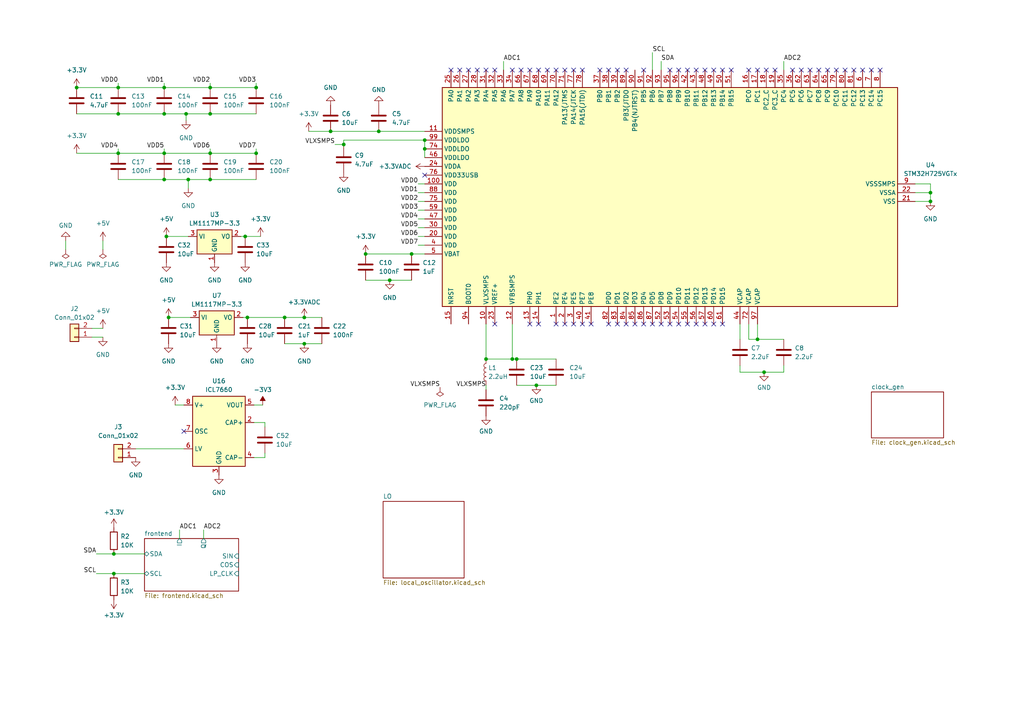
<source format=kicad_sch>
(kicad_sch (version 20230121) (generator eeschema)
  (paper "A4")
  (lib_symbols
    (symbol "Connector_Generic:Conn_01x02" (pin_names (offset 1.016) hide)
      (property "Reference" "J" (at 0 2.54 0))
      (property "Value" "Conn_01x02" (at 0 -5.08 0))
      (symbol "Conn_01x02_1_1"
        (rectangle (start -1.27 -2.413) (end 0 -2.667) (stroke (width 0.1524)))
        (rectangle (start -1.27 0.127) (end 0 -0.127) (stroke (width 0.1524)))
        (rectangle (start -1.27 1.27) (end 1.27 -3.81) (stroke (width 0.254)) (fill (type background)))
        (pin passive line (at -5.08 0 0) (length 3.81) (name "Pin_1") (number "1"))
        (pin passive line (at -5.08 -2.54 0) (length 3.81) (name "Pin_2") (number "2"))
      )
    )
    (symbol "Device:C" (pin_numbers hide) (pin_names (offset 0.254))
      (property "Reference" "C" (at 0.635 2.54 0))
      (property "Value" "C" (at 0.635 -2.54 0))
      (symbol "C_0_1"
        (polyline (pts (xy -2.032 -0.762) (xy 2.032 -0.762)) (stroke (width 0.508)))
        (polyline (pts (xy -2.032 0.762) (xy 2.032 0.762)) (stroke (width 0.508)))
      )
      (symbol "C_1_1"
        (pin passive line (at 0 3.81 270) (length 2.794) (name "~") (number "1"))
        (pin passive line (at 0 -3.81 90) (length 2.794) (name "~") (number "2"))
      )
    )
    (symbol "Device:L" (pin_numbers hide) (pin_names (offset 1.016) hide)
      (property "Reference" "L" (at -1.27 0 90))
      (property "Value" "L" (at 1.905 0 90))
      (symbol "L_0_1"
        (arc (start 0 -2.54) (mid 0.6323 -1.905) (end 0 -1.27))
        (arc (start 0 -1.27) (mid 0.6323 -0.635) (end 0 0))
        (arc (start 0 0) (mid 0.6323 0.635) (end 0 1.27))
        (arc (start 0 1.27) (mid 0.6323 1.905) (end 0 2.54))
      )
      (symbol "L_1_1"
        (pin passive line (at 0 3.81 270) (length 1.27) (name "1") (number "1"))
        (pin passive line (at 0 -3.81 90) (length 1.27) (name "2") (number "2"))
      )
    )
    (symbol "Device:R" (pin_numbers hide) (pin_names (offset 0))
      (property "Reference" "R" (at 2.032 0 90))
      (property "Value" "R" (at 0 0 90))
      (symbol "R_0_1"
        (rectangle (start -1.016 -2.54) (end 1.016 2.54) (stroke (width 0.254)))
      )
      (symbol "R_1_1"
        (pin passive line (at 0 3.81 270) (length 1.27) (name "~") (number "1"))
        (pin passive line (at 0 -3.81 90) (length 1.27) (name "~") (number "2"))
      )
    )
    (symbol "MCU_ST_STM32H7:STM32H725VGTx"
      (property "Reference" "U4" (at 10.5761 -75.565 90))
      (property "Value" "STM32H725VGTx" (at 8.0361 -75.565 90))
      (symbol "STM32H725VGTx_0_1"
        (rectangle (start -30.48 -66.04) (end 33.02 66.04) (stroke (width 0.254)) (fill (type background)))
      )
      (symbol "STM32H725VGTx_1_1"
        (pin bidirectional line (at -35.56 33.02 0) (length 5.08) (name "PE2") (number "1"))
        (pin power_out line (at -35.56 53.34 0) (length 5.08) (name "VLXSMPS") (number "10"))
        (pin power_in line (at 5.08 71.12 270) (length 5.08) (name "VDD") (number "100"))
        (pin power_in line (at 20.32 71.12 270) (length 5.08) (name "VDDSMPS") (number "11"))
        (pin input line (at -35.56 45.72 0) (length 5.08) (name "VFBSMPS") (number "12"))
        (pin bidirectional line (at -35.56 40.64 0) (length 5.08) (name "PH0") (number "13"))
        (pin bidirectional line (at -35.56 38.1 0) (length 5.08) (name "PH1") (number "14"))
        (pin input line (at -35.56 63.5 0) (length 5.08) (name "NRST") (number "15"))
        (pin bidirectional line (at 38.1 -22.86 180) (length 5.08) (name "PC0") (number "16"))
        (pin bidirectional line (at 38.1 -25.4 180) (length 5.08) (name "PC1") (number "17"))
        (pin bidirectional line (at 38.1 -27.94 180) (length 5.08) (name "PC2_C") (number "18"))
        (pin bidirectional line (at 38.1 -30.48 180) (length 5.08) (name "PC3_C") (number "19"))
        (pin bidirectional line (at -35.56 30.48 0) (length 5.08) (name "PE4") (number "2"))
        (pin power_in line (at -10.16 71.12 270) (length 5.08) (name "VDD") (number "20"))
        (pin power_in line (at 0 -71.12 90) (length 5.08) (name "VSS") (number "21"))
        (pin power_in line (at 2.54 -71.12 90) (length 5.08) (name "VSSA") (number "22"))
        (pin input line (at -35.56 50.8 0) (length 5.08) (name "VREF+") (number "23"))
        (pin power_in line (at 10.16 71.12 270) (length 5.08) (name "VDDA") (number "24"))
        (pin bidirectional line (at 38.1 63.5 180) (length 5.08) (name "PA0") (number "25"))
        (pin bidirectional line (at 38.1 60.96 180) (length 5.08) (name "PA1") (number "26"))
        (pin bidirectional line (at 38.1 58.42 180) (length 5.08) (name "PA2") (number "27"))
        (pin bidirectional line (at 38.1 55.88 180) (length 5.08) (name "PA3") (number "28"))
        (pin passive line (at 0 -71.12 90) (length 5.08) hide (name "VSS") (number "29"))
        (pin bidirectional line (at -35.56 27.94 0) (length 5.08) (name "PE5") (number "3"))
        (pin power_in line (at -7.62 71.12 270) (length 5.08) (name "VDD") (number "30"))
        (pin bidirectional line (at 38.1 53.34 180) (length 5.08) (name "PA4") (number "31"))
        (pin bidirectional line (at 38.1 50.8 180) (length 5.08) (name "PA5") (number "32"))
        (pin bidirectional line (at 38.1 48.26 180) (length 5.08) (name "PA6") (number "33"))
        (pin bidirectional line (at 38.1 45.72 180) (length 5.08) (name "PA7") (number "34"))
        (pin bidirectional line (at 38.1 -33.02 180) (length 5.08) (name "PC4") (number "35"))
        (pin bidirectional line (at 38.1 -35.56 180) (length 5.08) (name "PC5") (number "36"))
        (pin bidirectional line (at 38.1 20.32 180) (length 5.08) (name "PB0") (number "37"))
        (pin bidirectional line (at 38.1 17.78 180) (length 5.08) (name "PB1") (number "38"))
        (pin bidirectional line (at 38.1 15.24 180) (length 5.08) (name "PB2") (number "39"))
        (pin power_in line (at -12.7 71.12 270) (length 5.08) (name "VDD") (number "4"))
        (pin bidirectional line (at -35.56 25.4 0) (length 5.08) (name "PE7") (number "40"))
        (pin bidirectional line (at -35.56 22.86 0) (length 5.08) (name "PE8") (number "41"))
        (pin bidirectional line (at 38.1 -5.08 180) (length 5.08) (name "PB10") (number "42"))
        (pin bidirectional line (at 38.1 -7.62 180) (length 5.08) (name "PB11") (number "43"))
        (pin power_out line (at -35.56 -20.32 0) (length 5.08) (name "VCAP") (number "44"))
        (pin passive line (at 0 -71.12 90) (length 5.08) hide (name "VSS") (number "45"))
        (pin power_in line (at 12.7 71.12 270) (length 5.08) (name "VDDLDO") (number "46"))
        (pin power_in line (at -5.08 71.12 270) (length 5.08) (name "VDD") (number "47"))
        (pin bidirectional line (at 38.1 -10.16 180) (length 5.08) (name "PB12") (number "48"))
        (pin bidirectional line (at 38.1 -12.7 180) (length 5.08) (name "PB13") (number "49"))
        (pin power_in line (at -15.24 71.12 270) (length 5.08) (name "VBAT") (number "5"))
        (pin bidirectional line (at 38.1 -15.24 180) (length 5.08) (name "PB14") (number "50"))
        (pin bidirectional line (at 38.1 -17.78 180) (length 5.08) (name "PB15") (number "51"))
        (pin bidirectional line (at -35.56 2.54 0) (length 5.08) (name "PD8") (number "52"))
        (pin bidirectional line (at -35.56 0 0) (length 5.08) (name "PD9") (number "53"))
        (pin bidirectional line (at -35.56 -2.54 0) (length 5.08) (name "PD10") (number "54"))
        (pin bidirectional line (at -35.56 -5.08 0) (length 5.08) (name "PD11") (number "55"))
        (pin bidirectional line (at -35.56 -7.62 0) (length 5.08) (name "PD12") (number "56"))
        (pin bidirectional line (at -35.56 -10.16 0) (length 5.08) (name "PD13") (number "57"))
        (pin passive line (at 0 -71.12 90) (length 5.08) hide (name "VSS") (number "58"))
        (pin power_in line (at -2.54 71.12 270) (length 5.08) (name "VDD") (number "59"))
        (pin bidirectional line (at 38.1 -55.88 180) (length 5.08) (name "PC13") (number "6"))
        (pin bidirectional line (at -35.56 -12.7 0) (length 5.08) (name "PD14") (number "60"))
        (pin bidirectional line (at -35.56 -15.24 0) (length 5.08) (name "PD15") (number "61"))
        (pin bidirectional line (at 38.1 -38.1 180) (length 5.08) (name "PC6") (number "62"))
        (pin bidirectional line (at 38.1 -40.64 180) (length 5.08) (name "PC7") (number "63"))
        (pin bidirectional line (at 38.1 -43.18 180) (length 5.08) (name "PC8") (number "64"))
        (pin bidirectional line (at 38.1 -45.72 180) (length 5.08) (name "PC9") (number "65"))
        (pin bidirectional line (at 38.1 43.18 180) (length 5.08) (name "PA8") (number "66"))
        (pin bidirectional line (at 38.1 40.64 180) (length 5.08) (name "PA9") (number "67"))
        (pin bidirectional line (at 38.1 38.1 180) (length 5.08) (name "PA10") (number "68"))
        (pin bidirectional line (at 38.1 35.56 180) (length 5.08) (name "PA11") (number "69"))
        (pin bidirectional line (at 38.1 -58.42 180) (length 5.08) (name "PC14") (number "7"))
        (pin bidirectional line (at 38.1 33.02 180) (length 5.08) (name "PA12") (number "70"))
        (pin bidirectional line (at 38.1 30.48 180) (length 5.08) (name "PA13(JTMS") (number "71"))
        (pin power_out line (at -35.56 -22.86 0) (length 5.08) (name "VCAP") (number "72"))
        (pin passive line (at 0 -71.12 90) (length 5.08) hide (name "VSS") (number "73"))
        (pin power_in line (at 15.24 71.12 270) (length 5.08) (name "VDDLDO") (number "74"))
        (pin power_in line (at 0 71.12 270) (length 5.08) (name "VDD") (number "75"))
        (pin power_in line (at 7.62 71.12 270) (length 5.08) (name "VDD33USB") (number "76"))
        (pin bidirectional line (at 38.1 27.94 180) (length 5.08) (name "PA14(JTCK") (number "77"))
        (pin bidirectional line (at 38.1 25.4 180) (length 5.08) (name "PA15(JTDI)") (number "78"))
        (pin bidirectional line (at 38.1 -48.26 180) (length 5.08) (name "PC10") (number "79"))
        (pin bidirectional line (at 38.1 -60.96 180) (length 5.08) (name "PC15") (number "8"))
        (pin bidirectional line (at 38.1 -50.8 180) (length 5.08) (name "PC11") (number "80"))
        (pin bidirectional line (at 38.1 -53.34 180) (length 5.08) (name "PC12") (number "81"))
        (pin bidirectional line (at -35.56 17.78 0) (length 5.08) (name "PD0") (number "82"))
        (pin bidirectional line (at -35.56 15.24 0) (length 5.08) (name "PD1") (number "83"))
        (pin bidirectional line (at -35.56 12.7 0) (length 5.08) (name "PD2") (number "84"))
        (pin bidirectional line (at -35.56 10.16 0) (length 5.08) (name "PD3") (number "85"))
        (pin bidirectional line (at -35.56 7.62 0) (length 5.08) (name "PD4") (number "86"))
        (pin bidirectional line (at -35.56 5.08 0) (length 5.08) (name "PD5") (number "87"))
        (pin power_in line (at 2.54 71.12 270) (length 5.08) (name "VDD") (number "88"))
        (pin bidirectional line (at 38.1 12.7 180) (length 5.08) (name "PB3(JTDO") (number "89"))
        (pin power_in line (at 5.08 -71.12 90) (length 5.08) (name "VSSSMPS") (number "9"))
        (pin bidirectional line (at 38.1 10.16 180) (length 5.08) (name "PB4(NJTRST)") (number "90"))
        (pin bidirectional line (at 38.1 7.62 180) (length 5.08) (name "PB5") (number "91"))
        (pin bidirectional line (at 38.1 5.08 180) (length 5.08) (name "PB6") (number "92"))
        (pin bidirectional line (at 38.1 2.54 180) (length 5.08) (name "PB7") (number "93"))
        (pin input line (at -35.56 58.42 0) (length 5.08) (name "BOOT0") (number "94"))
        (pin bidirectional line (at 38.1 0 180) (length 5.08) (name "PB8") (number "95"))
        (pin bidirectional line (at 38.1 -2.54 180) (length 5.08) (name "PB9") (number "96"))
        (pin power_in line (at -35.56 -25.4 0) (length 5.08) (name "VCAP") (number "97"))
        (pin passive line (at 0 -71.12 90) (length 5.08) hide (name "VSS") (number "98"))
        (pin power_in line (at 17.78 71.12 270) (length 5.08) (name "VDDLDO") (number "99"))
      )
    )
    (symbol "Regulator_Linear:LM1117MP-3.3"
      (property "Reference" "U" (at -3.81 3.175 0))
      (property "Value" "LM1117MP-3.3" (at 0 3.175 0))
      (symbol "LM1117MP-3.3_0_1"
        (rectangle (start -5.08 -5.08) (end 5.08 1.905) (stroke (width 0.254)) (fill (type background)))
      )
      (symbol "LM1117MP-3.3_1_1"
        (pin power_in line (at 0 -7.62 90) (length 2.54) (name "GND") (number "1"))
        (pin power_out line (at 7.62 0 180) (length 2.54) (name "VO") (number "2"))
        (pin power_in line (at -7.62 0 0) (length 2.54) (name "VI") (number "3"))
      )
    )
    (symbol "Regulator_SwitchedCapacitor:ICL7660"
      (property "Reference" "U" (at -6.35 11.43 0))
      (property "Value" "ICL7660" (at 3.81 11.43 0))
      (symbol "ICL7660_0_1"
        (rectangle (start -7.62 10.16) (end 7.62 -10.16) (stroke (width 0.254)) (fill (type background)))
      )
      (symbol "ICL7660_1_1"
        (pin no_connect line (at -7.62 5.08 0) (length 2.54) hide (name "NC") (number "1"))
        (pin input line (at 10.16 2.54 180) (length 2.54) (name "CAP+") (number "2"))
        (pin power_in line (at 0 -12.7 90) (length 2.54) (name "GND") (number "3"))
        (pin input line (at 10.16 -7.62 180) (length 2.54) (name "CAP-") (number "4"))
        (pin power_out line (at 10.16 7.62 180) (length 2.54) (name "VOUT") (number "5"))
        (pin input line (at -10.16 -5.08 0) (length 2.54) (name "LV") (number "6"))
        (pin input line (at -10.16 0 0) (length 2.54) (name "OSC") (number "7"))
        (pin power_in line (at -10.16 7.62 0) (length 2.54) (name "V+") (number "8"))
      )
    )
    (symbol "power:+3.3V" (power) (pin_names (offset 0))
      (property "Value" "+3.3V" (at 0 3.556 0))
      (symbol "+3.3V_0_1"
        (polyline (pts (xy -0.762 1.27) (xy 0 2.54)))
        (polyline (pts (xy 0 0) (xy 0 2.54)))
        (polyline (pts (xy 0 2.54) (xy 0.762 1.27)))
      )
      (symbol "+3.3V_1_1"
        (pin power_in line (at 0 0 90) (length 0) hide (name "+3.3V") (number "1"))
      )
    )
    (symbol "power:+3.3VADC" (power) (pin_names (offset 0))
      (property "Value" "+3.3VADC" (at 0 2.54 0))
      (symbol "+3.3VADC_0_0"
        (pin power_in line (at 0 0 90) (length 0) hide (name "+3.3VADC") (number "1"))
      )
      (symbol "+3.3VADC_0_1"
        (polyline (pts (xy -0.762 1.27) (xy 0 2.54)))
        (polyline (pts (xy 0 0) (xy 0 2.54)))
        (polyline (pts (xy 0 2.54) (xy 0.762 1.27)))
      )
    )
    (symbol "power:+5V" (power) (pin_names (offset 0))
      (property "Value" "+5V" (at 0 3.556 0))
      (symbol "+5V_0_1"
        (polyline (pts (xy -0.762 1.27) (xy 0 2.54)))
        (polyline (pts (xy 0 0) (xy 0 2.54)))
        (polyline (pts (xy 0 2.54) (xy 0.762 1.27)))
      )
      (symbol "+5V_1_1"
        (pin power_in line (at 0 0 90) (length 0) hide (name "+5V") (number "1"))
      )
    )
    (symbol "power:-3V3" (power) (pin_names (offset 0))
      (property "Value" "-3V3" (at 0 3.81 0))
      (symbol "-3V3_0_0"
        (pin power_in line (at 0 0 90) (length 0) hide (name "-3V3") (number "1"))
      )
      (symbol "-3V3_0_1"
        (polyline (pts (xy 0 0) (xy 0 1.27) (xy 0.762 1.27) (xy 0 2.54) (xy -0.762 1.27) (xy 0 1.27)) (fill (type outline)))
      )
    )
    (symbol "power:GND" (power) (pin_names (offset 0))
      (property "Value" "GND" (at 0 -3.81 0))
      (symbol "GND_0_1"
        (polyline (pts (xy 0 0) (xy 0 -1.27) (xy 1.27 -1.27) (xy 0 -2.54) (xy -1.27 -1.27) (xy 0 -1.27)))
      )
      (symbol "GND_1_1"
        (pin power_in line (at 0 0 270) (length 0) hide (name "GND") (number "1"))
      )
    )
    (symbol "power:PWR_FLAG" (power) (pin_numbers hide) (pin_names (offset 0) hide)
      (property "Value" "PWR_FLAG" (at 0 3.81 0))
      (symbol "PWR_FLAG_0_0"
        (pin power_out line (at 0 0 90) (length 0) (name "pwr") (number "1"))
      )
      (symbol "PWR_FLAG_0_1"
        (polyline (pts (xy 0 0) (xy 0 1.27) (xy -1.016 1.905) (xy 0 2.54) (xy 1.016 1.905) (xy 0 1.27)))
      )
    )
  )
  (junction (at 47.625 44.45))
  (junction (at 48.26 68.58))
  (junction (at 34.29 33.02))
  (junction (at 60.96 25.4))
  (junction (at 95.885 38.1))
  (junction (at 54.61 52.07))
  (junction (at 219.71 98.425))
  (junction (at 33.02 160.655))
  (junction (at 113.03 81.28))
  (junction (at 99.695 41.91))
  (junction (at 47.625 52.07))
  (junction (at 140.97 104.14))
  (junction (at 74.295 44.45))
  (junction (at 155.575 111.76))
  (junction (at 48.895 92.075))
  (junction (at 88.265 99.695))
  (junction (at 74.295 25.4))
  (junction (at 47.625 33.02))
  (junction (at 221.615 107.95))
  (junction (at 71.12 68.58))
  (junction (at 22.225 25.4))
  (junction (at 60.96 33.02))
  (junction (at 60.96 44.45))
  (junction (at 60.96 52.07))
  (junction (at 34.29 44.45))
  (junction (at 47.625 25.4))
  (junction (at 106.045 73.66))
  (junction (at 53.975 33.02))
  (junction (at 123.19 43.18))
  (junction (at 149.86 104.14))
  (junction (at 123.19 40.64))
  (junction (at 148.59 104.14))
  (junction (at 33.02 166.37))
  (junction (at 269.875 55.88))
  (junction (at 71.755 92.075))
  (junction (at 82.55 92.075))
  (junction (at 119.38 73.66))
  (junction (at 34.29 25.4))
  (junction (at 88.265 92.075))
  (junction (at 269.875 58.42))
  (junction (at 109.855 38.1))
  (no_connect (at 186.69 20.32))
  (no_connect (at 199.39 93.98))
  (no_connect (at 207.01 93.98))
  (no_connect (at 194.31 93.98))
  (no_connect (at 189.23 93.98))
  (no_connect (at 204.47 93.98))
  (no_connect (at 133.35 20.32))
  (no_connect (at 173.99 20.32))
  (no_connect (at 194.31 20.32))
  (no_connect (at 153.67 20.32))
  (no_connect (at 222.25 20.32))
  (no_connect (at 179.07 20.32))
  (no_connect (at 234.95 20.32))
  (no_connect (at 176.53 20.32))
  (no_connect (at 168.91 20.32))
  (no_connect (at 212.09 20.32))
  (no_connect (at 163.83 20.32))
  (no_connect (at 209.55 20.32))
  (no_connect (at 135.89 20.32))
  (no_connect (at 171.45 93.98))
  (no_connect (at 199.39 20.32))
  (no_connect (at 229.87 20.32))
  (no_connect (at 161.29 93.98))
  (no_connect (at 140.97 20.32))
  (no_connect (at 240.03 20.32))
  (no_connect (at 247.65 20.32))
  (no_connect (at 184.15 93.98))
  (no_connect (at 153.67 93.98))
  (no_connect (at 191.77 93.98))
  (no_connect (at 196.85 20.32))
  (no_connect (at 181.61 93.98))
  (no_connect (at 156.21 93.98))
  (no_connect (at 181.61 20.32))
  (no_connect (at 156.21 20.32))
  (no_connect (at 143.51 93.98))
  (no_connect (at 245.11 20.32))
  (no_connect (at 201.93 93.98))
  (no_connect (at 176.53 93.98))
  (no_connect (at 143.51 20.32))
  (no_connect (at 130.81 20.32))
  (no_connect (at 151.13 20.32))
  (no_connect (at 53.34 125.095))
  (no_connect (at 163.83 93.98))
  (no_connect (at 138.43 20.32))
  (no_connect (at 217.17 20.32))
  (no_connect (at 166.37 93.98))
  (no_connect (at 179.07 93.98))
  (no_connect (at 255.27 20.32))
  (no_connect (at 237.49 20.32))
  (no_connect (at 161.29 20.32))
  (no_connect (at 204.47 20.32))
  (no_connect (at 250.19 20.32))
  (no_connect (at 252.73 20.32))
  (no_connect (at 196.85 93.98))
  (no_connect (at 207.01 20.32))
  (no_connect (at 209.55 93.98))
  (no_connect (at 224.79 20.32))
  (no_connect (at 242.57 20.32))
  (no_connect (at 158.75 20.32))
  (no_connect (at 168.91 93.98))
  (no_connect (at 166.37 20.32))
  (no_connect (at 219.71 20.32))
  (no_connect (at 232.41 20.32))
  (no_connect (at 201.93 20.32))
  (no_connect (at 123.19 50.8))
  (no_connect (at 148.59 20.32))
  (no_connect (at 186.69 93.98))
  (wire (pts (xy 97.155 41.91) (xy 99.695 41.91)))
  (wire (pts (xy 22.225 44.45) (xy 34.29 44.45)))
  (wire (pts (xy 82.55 99.695) (xy 88.265 99.695)))
  (wire (pts (xy 88.265 99.695) (xy 93.345 99.695)))
  (wire (pts (xy 148.59 93.98) (xy 148.59 104.14)))
  (wire (pts (xy 33.02 166.37) (xy 41.91 166.37)))
  (wire (pts (xy 34.29 44.45) (xy 47.625 44.45)))
  (wire (pts (xy 155.575 111.76) (xy 161.29 111.76)))
  (wire (pts (xy 74.295 43.18) (xy 74.295 44.45)))
  (wire (pts (xy 47.625 43.18) (xy 47.625 44.45)))
  (wire (pts (xy 54.61 52.07) (xy 54.61 54.61)))
  (wire (pts (xy 71.755 92.075) (xy 82.55 92.075)))
  (wire (pts (xy 29.845 69.85) (xy 29.845 72.39)))
  (wire (pts (xy 113.03 81.28) (xy 119.38 81.28)))
  (wire (pts (xy 99.695 41.91) (xy 99.695 42.545)))
  (wire (pts (xy 34.29 24.13) (xy 34.29 25.4)))
  (wire (pts (xy 76.835 132.715) (xy 76.835 131.445)))
  (wire (pts (xy 73.66 117.475) (xy 76.2 117.475)))
  (wire (pts (xy 47.625 52.07) (xy 54.61 52.07)))
  (wire (pts (xy 48.895 92.075) (xy 55.245 92.075)))
  (wire (pts (xy 52.07 153.67) (xy 52.07 156.21)))
  (wire (pts (xy 227.33 106.045) (xy 227.33 107.95)))
  (wire (pts (xy 34.29 33.02) (xy 47.625 33.02)))
  (wire (pts (xy 140.97 104.14) (xy 148.59 104.14)))
  (wire (pts (xy 109.855 38.1) (xy 123.19 38.1)))
  (wire (pts (xy 71.12 68.58) (xy 75.565 68.58)))
  (wire (pts (xy 121.285 60.96) (xy 123.19 60.96)))
  (wire (pts (xy 73.66 132.715) (xy 76.835 132.715)))
  (wire (pts (xy 73.66 122.555) (xy 76.835 122.555)))
  (wire (pts (xy 60.96 43.18) (xy 60.96 44.45)))
  (wire (pts (xy 140.97 93.98) (xy 140.97 104.14)))
  (wire (pts (xy 219.71 98.425) (xy 227.33 98.425)))
  (wire (pts (xy 47.625 44.45) (xy 60.96 44.45)))
  (wire (pts (xy 34.29 25.4) (xy 47.625 25.4)))
  (wire (pts (xy 227.33 17.78) (xy 227.33 20.32)))
  (wire (pts (xy 22.225 25.4) (xy 34.29 25.4)))
  (wire (pts (xy 214.63 107.95) (xy 221.615 107.95)))
  (wire (pts (xy 121.285 68.58) (xy 123.19 68.58)))
  (wire (pts (xy 60.96 44.45) (xy 74.295 44.45)))
  (wire (pts (xy 70.485 92.075) (xy 71.755 92.075)))
  (wire (pts (xy 149.86 104.14) (xy 161.29 104.14)))
  (wire (pts (xy 47.625 24.13) (xy 47.625 25.4)))
  (wire (pts (xy 269.875 55.88) (xy 269.875 58.42)))
  (wire (pts (xy 106.045 81.28) (xy 113.03 81.28)))
  (wire (pts (xy 53.975 33.02) (xy 53.975 34.925)))
  (wire (pts (xy 60.96 24.13) (xy 60.96 25.4)))
  (wire (pts (xy 34.29 43.18) (xy 34.29 44.45)))
  (wire (pts (xy 121.285 55.88) (xy 123.19 55.88)))
  (wire (pts (xy 27.94 160.655) (xy 33.02 160.655)))
  (wire (pts (xy 74.295 24.13) (xy 74.295 25.4)))
  (wire (pts (xy 149.86 111.76) (xy 155.575 111.76)))
  (wire (pts (xy 76.835 122.555) (xy 76.835 123.825)))
  (wire (pts (xy 119.38 73.66) (xy 123.19 73.66)))
  (wire (pts (xy 191.77 17.78) (xy 191.77 20.32)))
  (wire (pts (xy 39.37 130.175) (xy 53.34 130.175)))
  (wire (pts (xy 47.625 25.4) (xy 60.96 25.4)))
  (wire (pts (xy 146.05 17.78) (xy 146.05 20.32)))
  (wire (pts (xy 121.285 63.5) (xy 123.19 63.5)))
  (wire (pts (xy 69.85 68.58) (xy 71.12 68.58)))
  (wire (pts (xy 48.26 68.58) (xy 54.61 68.58)))
  (wire (pts (xy 265.43 58.42) (xy 269.875 58.42)))
  (wire (pts (xy 99.695 40.64) (xy 99.695 41.91)))
  (wire (pts (xy 89.535 38.1) (xy 95.885 38.1)))
  (wire (pts (xy 140.97 111.76) (xy 140.97 113.03)))
  (wire (pts (xy 19.05 69.85) (xy 19.05 72.39)))
  (wire (pts (xy 88.265 92.075) (xy 93.345 92.075)))
  (wire (pts (xy 60.96 52.07) (xy 74.295 52.07)))
  (wire (pts (xy 106.045 73.66) (xy 119.38 73.66)))
  (wire (pts (xy 54.61 52.07) (xy 60.96 52.07)))
  (wire (pts (xy 121.285 66.04) (xy 123.19 66.04)))
  (wire (pts (xy 26.67 95.25) (xy 29.845 95.25)))
  (wire (pts (xy 123.19 43.18) (xy 123.19 45.72)))
  (wire (pts (xy 121.285 58.42) (xy 123.19 58.42)))
  (wire (pts (xy 219.71 93.98) (xy 219.71 98.425)))
  (wire (pts (xy 148.59 104.14) (xy 149.86 104.14)))
  (wire (pts (xy 265.43 55.88) (xy 269.875 55.88)))
  (wire (pts (xy 217.17 98.425) (xy 217.17 93.98)))
  (wire (pts (xy 189.23 15.24) (xy 189.23 20.32)))
  (wire (pts (xy 60.96 25.4) (xy 74.295 25.4)))
  (wire (pts (xy 221.615 107.95) (xy 227.33 107.95)))
  (wire (pts (xy 34.29 52.07) (xy 47.625 52.07)))
  (wire (pts (xy 95.885 38.1) (xy 109.855 38.1)))
  (wire (pts (xy 214.63 106.045) (xy 214.63 107.95)))
  (wire (pts (xy 60.96 33.02) (xy 74.295 33.02)))
  (wire (pts (xy 47.625 33.02) (xy 53.975 33.02)))
  (wire (pts (xy 50.8 117.475) (xy 53.34 117.475)))
  (wire (pts (xy 121.285 53.34) (xy 123.19 53.34)))
  (wire (pts (xy 82.55 92.075) (xy 88.265 92.075)))
  (wire (pts (xy 26.67 97.79) (xy 29.845 97.79)))
  (wire (pts (xy 33.02 160.655) (xy 41.91 160.655)))
  (wire (pts (xy 217.17 98.425) (xy 219.71 98.425)))
  (wire (pts (xy 99.695 40.64) (xy 123.19 40.64)))
  (wire (pts (xy 27.94 166.37) (xy 33.02 166.37)))
  (wire (pts (xy 214.63 93.98) (xy 214.63 98.425)))
  (wire (pts (xy 22.225 33.02) (xy 34.29 33.02)))
  (wire (pts (xy 265.43 53.34) (xy 269.875 53.34)))
  (wire (pts (xy 53.975 33.02) (xy 60.96 33.02)))
  (wire (pts (xy 59.055 153.67) (xy 59.055 156.21)))
  (wire (pts (xy 121.285 71.12) (xy 123.19 71.12)))
  (wire (pts (xy 269.875 53.34) (xy 269.875 55.88)))
  (wire (pts (xy 123.19 40.64) (xy 123.19 43.18)))
  (label "SDA" (at 27.94 160.655 180))
  (label "VDD0" (at 34.29 24.13 180))
  (label "VDD7" (at 74.295 43.18 180))
  (label "VDD4" (at 121.285 63.5 180))
  (label "VDD0" (at 121.285 53.34 180))
  (label "SCL" (at 189.23 15.24 0))
  (label "VDD1" (at 47.625 24.13 180))
  (label "VDD5" (at 47.625 43.18 180))
  (label "VDD2" (at 121.285 58.42 180))
  (label "VDD3" (at 74.295 24.13 180))
  (label "ADC1" (at 146.05 17.78 0))
  (label "SCL" (at 27.94 166.37 180))
  (label "VDD2" (at 60.96 24.13 180))
  (label "SDA" (at 191.77 17.78 0))
  (label "VDD3" (at 121.285 60.96 180))
  (label "VDD5" (at 121.285 66.04 180))
  (label "VDD7" (at 121.285 71.12 180))
  (label "VLXSMPS" (at 140.97 112.395 180))
  (label "ADC2" (at 227.33 17.78 0))
  (label "VLXSMPS" (at 97.155 41.91 180))
  (label "VDD1" (at 121.285 55.88 180))
  (label "ADC2" (at 59.055 153.67 0))
  (label "VLXSMPS" (at 127.635 112.395 180))
  (label "VDD6" (at 60.96 43.18 180))
  (label "ADC1" (at 52.07 153.67 0))
  (label "VDD4" (at 34.29 43.18 180))
  (label "VDD6" (at 121.285 68.58 180))
  (symbol (lib_id "power:+3.3V") (at 50.8 117.475 0) (unit 1)
    (property "Reference" "#PWR081" (effects hide))
    (property "Value" "+3.3V" (at 50.8 112.395 0))
  )
  (symbol (lib_id "power:GND") (at 54.61 54.61 0) (unit 1)
    (property "Reference" "#PWR024" (effects hide))
    (property "Value" "GND" (at 54.61 59.69 0))
  )
  (symbol (lib_id "Device:C") (at 48.895 95.885 0) (unit 1)
    (property "Reference" "C31" (at 52.07 94.615 0) (effects (justify left)))
    (property "Value" "10uF" (at 52.07 97.155 0) (effects (justify left)))
  )
  (symbol (lib_id "Device:R") (at 33.02 170.18 0) (unit 1)
    (property "Reference" "R3" (at 34.925 168.91 0) (effects (justify left)))
    (property "Value" "10K" (at 34.925 171.45 0) (effects (justify left)))
  )
  (symbol (lib_id "power:GND") (at 269.875 58.42 0) (unit 1)
    (property "Reference" "#PWR014" (effects hide))
    (property "Value" "GND" (at 269.875 63.5 0))
  )
  (symbol (lib_id "power:+3.3V") (at 89.535 38.1 0) (unit 1)
    (property "Reference" "#PWR016" (effects hide))
    (property "Value" "+3.3V" (at 89.535 33.02 0))
  )
  (symbol (lib_id "Device:C") (at 34.29 48.26 0) (unit 1)
    (property "Reference" "C17" (at 38.1 46.99 0) (effects (justify left)))
    (property "Value" "100nF" (at 38.1 49.53 0) (effects (justify left)))
  )
  (symbol (lib_id "power:GND") (at 48.26 76.2 0) (unit 1)
    (property "Reference" "#PWR020" (effects hide))
    (property "Value" "GND" (at 48.26 81.28 0))
  )
  (symbol (lib_id "power:-3V3") (at 76.2 117.475 0) (unit 1)
    (property "Reference" "#PWR082" (effects hide))
    (property "Value" "-3V3" (at 76.2 113.03 0))
  )
  (symbol (lib_id "power:GND") (at 140.97 120.65 0) (unit 1)
    (property "Reference" "#PWR019" (effects hide))
    (property "Value" "GND" (at 140.97 125.095 0))
  )
  (symbol (lib_id "Device:R") (at 33.02 156.845 0) (unit 1)
    (property "Reference" "R2" (at 34.925 155.575 0) (effects (justify left)))
    (property "Value" "10K" (at 34.925 158.115 0) (effects (justify left)))
  )
  (symbol (lib_id "Device:C") (at 74.295 29.21 0) (unit 1)
    (property "Reference" "C16" (at 78.105 27.94 0) (effects (justify left)))
    (property "Value" "100nF" (at 78.105 30.48 0) (effects (justify left)))
  )
  (symbol (lib_id "Device:C") (at 95.885 34.29 0) (unit 1)
    (property "Reference" "C6" (at 99.06 33.02 0) (effects (justify left)))
    (property "Value" "10uF" (at 99.06 35.56 0) (effects (justify left)))
  )
  (symbol (lib_id "power:+5V") (at 29.845 69.85 0) (unit 1)
    (property "Reference" "#PWR030" (effects hide))
    (property "Value" "+5V" (at 29.845 64.77 0))
  )
  (symbol (lib_id "Device:C") (at 74.295 48.26 0) (unit 1)
    (property "Reference" "C20" (at 78.105 46.99 0) (effects (justify left)))
    (property "Value" "100nF" (at 78.105 49.53 0) (effects (justify left)))
  )
  (symbol (lib_id "power:GND") (at 53.975 34.925 0) (unit 1)
    (property "Reference" "#PWR037" (effects hide))
    (property "Value" "GND" (at 53.975 40.005 0))
  )
  (symbol (lib_id "power:+3.3VADC") (at 123.19 48.26 90) (unit 1)
    (property "Reference" "#PWR013" (effects hide))
    (property "Value" "+3.3VADC" (at 119.38 48.26 90) (effects (justify left)))
  )
  (symbol (lib_id "power:GND") (at 62.23 76.2 0) (unit 1)
    (property "Reference" "#PWR029" (effects hide))
    (property "Value" "GND" (at 62.23 81.28 0))
  )
  (symbol (lib_id "Device:C") (at 109.855 34.29 0) (unit 1)
    (property "Reference" "C5" (at 113.665 33.02 0) (effects (justify left)))
    (property "Value" "4.7uF" (at 113.665 35.56 0) (effects (justify left)))
  )
  (symbol (lib_id "power:GND") (at 88.265 99.695 0) (unit 1)
    (property "Reference" "#PWR038" (effects hide))
    (property "Value" "GND" (at 88.265 104.775 0))
  )
  (symbol (lib_id "Device:C") (at 76.835 127.635 0) (unit 1)
    (property "Reference" "C52" (at 80.01 126.365 0) (effects (justify left)))
    (property "Value" "10uF" (at 80.01 128.905 0) (effects (justify left)))
  )
  (symbol (lib_id "power:GND") (at 63.5 137.795 0) (unit 1)
    (property "Reference" "#PWR083" (effects hide))
    (property "Value" "GND" (at 63.5 142.875 0))
  )
  (symbol (lib_id "Device:C") (at 161.29 107.95 0) (unit 1)
    (property "Reference" "C24" (at 165.1 106.68 0) (effects (justify left)))
    (property "Value" "10uF" (at 165.1 109.22 0) (effects (justify left)))
  )
  (symbol (lib_id "Device:C") (at 119.38 77.47 0) (unit 1)
    (property "Reference" "C12" (at 122.555 76.2 0) (effects (justify left)))
    (property "Value" "1uF" (at 122.555 78.74 0) (effects (justify left)))
  )
  (symbol (lib_id "power:GND") (at 99.695 50.165 0) (unit 1)
    (property "Reference" "#PWR022" (effects hide))
    (property "Value" "GND" (at 99.695 55.245 0))
  )
  (symbol (lib_id "power:+5V") (at 48.26 68.58 0) (unit 1)
    (property "Reference" "#PWR012" (effects hide))
    (property "Value" "+5V" (at 48.26 63.5 0))
  )
  (symbol (lib_id "Regulator_Linear:LM1117MP-3.3") (at 62.23 68.58 0) (unit 1)
    (property "Reference" "U3" (at 62.23 62.23 0))
    (property "Value" "LM1117MP-3.3" (at 62.23 64.77 0))
    (property "Footprint" "Package_TO_SOT_SMD:SOT-223-3_TabPin2" (effects hide))
    (property "Datasheet" "http://www.ti.com/lit/ds/symlink/lm1117.pdf" (effects hide))
  )
  (symbol (lib_id "Device:C") (at 71.12 72.39 0) (unit 1)
    (property "Reference" "C33" (at 74.295 71.12 0) (effects (justify left)))
    (property "Value" "10uF" (at 74.295 73.66 0) (effects (justify left)))
  )
  (symbol (lib_id "Device:C") (at 227.33 102.235 0) (unit 1)
    (property "Reference" "C8" (at 230.505 100.965 0) (effects (justify left)))
    (property "Value" "2.2uF" (at 230.505 103.505 0) (effects (justify left)))
  )
  (symbol (lib_id "Device:C") (at 60.96 48.26 0) (unit 1)
    (property "Reference" "C19" (at 64.77 46.99 0) (effects (justify left)))
    (property "Value" "100nF" (at 64.77 49.53 0) (effects (justify left)))
  )
  (symbol (lib_id "power:GND") (at 109.855 30.48 180) (unit 1)
    (property "Reference" "#PWR018" (effects hide))
    (property "Value" "GND" (at 109.855 26.035 0))
  )
  (symbol (lib_id "Regulator_Linear:LM1117MP-3.3") (at 62.865 92.075 0) (unit 1)
    (property "Reference" "U7" (at 62.865 85.725 0))
    (property "Value" "LM1117MP-3.3" (at 62.865 88.265 0))
    (property "Footprint" "Package_TO_SOT_SMD:SOT-223-3_TabPin2" (effects hide))
    (property "Datasheet" "http://www.ti.com/lit/ds/symlink/lm1117.pdf" (effects hide))
  )
  (symbol (lib_id "Device:C") (at 149.86 107.95 0) (unit 1)
    (property "Reference" "C23" (at 153.67 106.68 0) (effects (justify left)))
    (property "Value" "10uF" (at 153.67 109.22 0) (effects (justify left)))
  )
  (symbol (lib_id "Device:C") (at 47.625 48.26 0) (unit 1)
    (property "Reference" "C18" (at 51.435 46.99 0) (effects (justify left)))
    (property "Value" "100nF" (at 51.435 49.53 0) (effects (justify left)))
  )
  (symbol (lib_id "power:GND") (at 39.37 132.715 0) (unit 1)
    (property "Reference" "#PWR084" (effects hide))
    (property "Value" "GND" (at 39.37 137.795 0))
  )
  (symbol (lib_id "power:GND") (at 95.885 30.48 180) (unit 1)
    (property "Reference" "#PWR017" (effects hide))
    (property "Value" "GND" (at 95.885 25.4 0))
  )
  (symbol (lib_id "Device:C") (at 106.045 77.47 0) (unit 1)
    (property "Reference" "C10" (at 109.855 76.2 0) (effects (justify left)))
    (property "Value" "100nF" (at 109.855 78.74 0) (effects (justify left)))
  )
  (symbol (lib_id "Device:C") (at 71.755 95.885 0) (unit 1)
    (property "Reference" "C28" (at 74.93 94.615 0) (effects (justify left)))
    (property "Value" "10uF" (at 74.93 97.155 0) (effects (justify left)))
  )
  (symbol (lib_id "Device:C") (at 214.63 102.235 0) (unit 1)
    (property "Reference" "C7" (at 217.805 100.965 0) (effects (justify left)))
    (property "Value" "2.2uF" (at 217.805 103.505 0) (effects (justify left)))
  )
  (symbol (lib_id "power:+3.3V") (at 22.225 44.45 0) (unit 1)
    (property "Reference" "#PWR026" (effects hide))
    (property "Value" "+3.3V" (at 22.225 39.37 0))
  )
  (symbol (lib_id "Device:C") (at 34.29 29.21 0) (unit 1)
    (property "Reference" "C13" (at 38.1 27.94 0) (effects (justify left)))
    (property "Value" "100nF" (at 38.1 30.48 0) (effects (justify left)))
  )
  (symbol (lib_id "power:GND") (at 48.895 99.695 0) (unit 1)
    (property "Reference" "#PWR05" (effects hide))
    (property "Value" "GND" (at 48.895 104.775 0))
  )
  (symbol (lib_id "power:+3.3V") (at 33.02 153.035 0) (unit 1)
    (property "Reference" "#PWR031" (effects hide))
    (property "Value" "+3.3V" (at 33.02 148.59 0))
  )
  (symbol (lib_id "power:+5V") (at 29.845 95.25 0) (unit 1)
    (property "Reference" "#PWR028" (effects hide))
    (property "Value" "+5V" (at 29.845 90.17 0))
  )
  (symbol (lib_id "Connector_Generic:Conn_01x02") (at 34.29 132.715 180) (unit 1)
    (property "Reference" "J3" (at 34.29 123.825 0))
    (property "Value" "Conn_01x02" (at 34.29 126.365 0))
  )
  (symbol (lib_id "power:GND") (at 221.615 107.95 0) (unit 1)
    (property "Reference" "#PWR021" (effects hide))
    (property "Value" "GND" (at 221.615 112.395 0))
  )
  (symbol (lib_id "power:PWR_FLAG") (at 127.635 112.395 180) (unit 1)
    (property "Reference" "#FLG03" (effects hide))
    (property "Value" "PWR_FLAG" (at 127.635 117.475 0))
  )
  (symbol (lib_id "power:GND") (at 62.865 99.695 0) (unit 1)
    (property "Reference" "#PWR034" (effects hide))
    (property "Value" "GND" (at 62.865 104.775 0))
  )
  (symbol (lib_id "power:GND") (at 29.845 97.79 0) (unit 1)
    (property "Reference" "#PWR027" (effects hide))
    (property "Value" "GND" (at 29.845 102.87 0))
  )
  (symbol (lib_id "power:PWR_FLAG") (at 19.05 72.39 180) (unit 1)
    (property "Reference" "#FLG02" (effects hide))
    (property "Value" "PWR_FLAG" (at 19.05 76.708 0))
  )
  (symbol (lib_id "Device:C") (at 60.96 29.21 0) (unit 1)
    (property "Reference" "C15" (at 64.77 27.94 0) (effects (justify left)))
    (property "Value" "100nF" (at 64.77 30.48 0) (effects (justify left)))
  )
  (symbol (lib_id "MCU_ST_STM32H7:STM32H725VGTx") (at 194.31 58.42 90) (unit 1)
    (property "Reference" "U4" (at 269.875 47.8439 90))
    (property "Value" "STM32H725VGTx" (at 269.875 50.3839 90))
    (property "Footprint" "Package_QFP:LQFP-100_14x14mm_P0.5mm" (effects hide))
    (property "Datasheet" "https://www.st.com/resource/en/datasheet/stm32h725vg.pdf" (effects hide))
  )
  (symbol (lib_id "Device:C") (at 48.26 72.39 0) (unit 1)
    (property "Reference" "C32" (at 51.435 71.12 0) (effects (justify left)))
    (property "Value" "10uF" (at 51.435 73.66 0) (effects (justify left)))
  )
  (symbol (lib_id "power:PWR_FLAG") (at 29.845 72.39 180) (unit 1)
    (property "Reference" "#FLG01" (effects hide))
    (property "Value" "PWR_FLAG" (at 29.845 76.708 0))
  )
  (symbol (lib_id "Device:C") (at 140.97 116.84 0) (unit 1)
    (property "Reference" "C4" (at 144.78 115.57 0) (effects (justify left)))
    (property "Value" "220pF" (at 144.78 118.11 0) (effects (justify left)))
  )
  (symbol (lib_id "Device:C") (at 22.225 29.21 0) (unit 1)
    (property "Reference" "C11" (at 26.035 27.94 0) (effects (justify left)))
    (property "Value" "4.7uF" (at 26.035 30.48 0) (effects (justify left)))
  )
  (symbol (lib_id "power:GND") (at 71.755 99.695 0) (unit 1)
    (property "Reference" "#PWR07" (effects hide))
    (property "Value" "GND" (at 71.755 104.775 0))
  )
  (symbol (lib_id "Device:L") (at 140.97 107.95 180) (unit 1)
    (property "Reference" "L1" (at 141.605 106.68 0) (effects (justify right)))
    (property "Value" "2.2uH" (at 141.605 109.22 0) (effects (justify right)))
  )
  (symbol (lib_id "power:+3.3V") (at 33.02 173.99 180) (unit 1)
    (property "Reference" "#PWR032" (effects hide))
    (property "Value" "+3.3V" (at 33.02 178.435 0))
  )
  (symbol (lib_id "power:GND") (at 113.03 81.28 0) (unit 1)
    (property "Reference" "#PWR023" (effects hide))
    (property "Value" "GND" (at 113.03 86.36 0))
  )
  (symbol (lib_id "power:+3.3V") (at 75.565 68.58 0) (unit 1)
    (property "Reference" "#PWR044" (effects hide))
    (property "Value" "+3.3V" (at 75.565 63.5 0))
  )
  (symbol (lib_id "Device:C") (at 47.625 29.21 0) (unit 1)
    (property "Reference" "C14" (at 51.435 27.94 0) (effects (justify left)))
    (property "Value" "100nF" (at 51.435 30.48 0) (effects (justify left)))
  )
  (symbol (lib_id "Device:C") (at 93.345 95.885 0) (unit 1)
    (property "Reference" "C22" (at 96.52 94.615 0) (effects (justify left)))
    (property "Value" "100nF" (at 96.52 97.155 0) (effects (justify left)))
  )
  (symbol (lib_id "power:GND") (at 155.575 111.76 0) (unit 1)
    (property "Reference" "#PWR039" (effects hide))
    (property "Value" "GND" (at 155.575 116.205 0))
  )
  (symbol (lib_id "power:+3.3V") (at 22.225 25.4 0) (unit 1)
    (property "Reference" "#PWR025" (effects hide))
    (property "Value" "+3.3V" (at 22.225 20.32 0))
  )
  (symbol (lib_id "power:+5V") (at 48.895 92.075 0) (unit 1)
    (property "Reference" "#PWR033" (effects hide))
    (property "Value" "+5V" (at 48.895 86.995 0))
  )
  (symbol (lib_id "Device:C") (at 82.55 95.885 0) (unit 1)
    (property "Reference" "C21" (at 86.36 94.615 0) (effects (justify left)))
    (property "Value" "1uF" (at 86.36 97.155 0) (effects (justify left)))
  )
  (symbol (lib_id "Device:C") (at 99.695 46.355 0) (unit 1)
    (property "Reference" "C9" (at 102.87 45.085 0) (effects (justify left)))
    (property "Value" "4.7uF" (at 102.87 47.625 0) (effects (justify left)))
  )
  (symbol (lib_id "power:GND") (at 71.12 76.2 0) (unit 1)
    (property "Reference" "#PWR040" (effects hide))
    (property "Value" "GND" (at 71.12 81.28 0))
  )
  (symbol (lib_id "power:+3.3V") (at 106.045 73.66 0) (unit 1)
    (property "Reference" "#PWR015" (effects hide))
    (property "Value" "+3.3V" (at 106.045 68.58 0))
  )
  (symbol (lib_id "power:GND") (at 19.05 69.85 180) (unit 1)
    (property "Reference" "#PWR036" (effects hide))
    (property "Value" "GND" (at 19.05 65.405 0))
  )
  (symbol (lib_id "power:+3.3VADC") (at 88.265 92.075 0) (unit 1)
    (property "Reference" "#PWR035" (effects hide))
    (property "Value" "+3.3VADC" (at 88.265 87.63 0))
  )
  (symbol (lib_id "Connector_Generic:Conn_01x02") (at 21.59 97.79 180) (unit 1)
    (property "Reference" "J2" (at 21.59 89.535 0))
    (property "Value" "Conn_01x02" (at 21.59 92.075 0))
  )
  (symbol (lib_id "Regulator_SwitchedCapacitor:ICL7660") (at 63.5 125.095 0) (unit 1)
    (property "Reference" "U16" (at 63.5 110.49 0))
    (property "Value" "ICL7660" (at 63.5 113.03 0))
    (property "Datasheet" "http://datasheets.maximintegrated.com/en/ds/ICL7660-MAX1044.pdf" (effects hide))
  )
  (sheet (at 252.73 113.665) (size 20.955 13.335) (stroke (width 0.1524))
    (property "Sheetname" "clock_gen" (at 252.73 112.9534 0) (effects (justify left bottom)))
    (property "Sheetfile" "clock_gen.kicad_sch" (at 252.73 127.5846 0) (effects (justify left top)))
  )
  (sheet (at 111.125 145.415) (size 23.495 22.225) (stroke (width 0.1524))
    (property "Sheetname" "LO" (at 111.125 144.7034 0) (effects (justify left bottom)))
    (property "Sheetfile" "local_oscillator.kicad_sch" (at 111.125 168.2246 0) (effects (justify left top)))
  )
  (sheet (at 41.91 156.21) (size 27.305 15.24) (stroke (width 0.1524))
    (property "Sheetname" "frontend" (at 41.91 155.4984 0) (effects (justify left bottom)))
    (property "Sheetfile" "frontend.kicad_sch" (at 41.91 172.0346 0) (effects (justify left top)))
    (pin "I" output (at 52.07 156.21 90))
    (pin "Q" output (at 59.055 156.21 90))
    (pin "SDA" bidirectional (at 41.91 160.655 180))
    (pin "SCL" bidirectional (at 41.91 166.37 180))
    (pin "SIN" input (at 69.215 161.29 0))
    (pin "COS" input (at 69.215 163.83 0))
    (pin "LP_CLK" input (at 69.215 166.37 0))
  )
)
</source>
